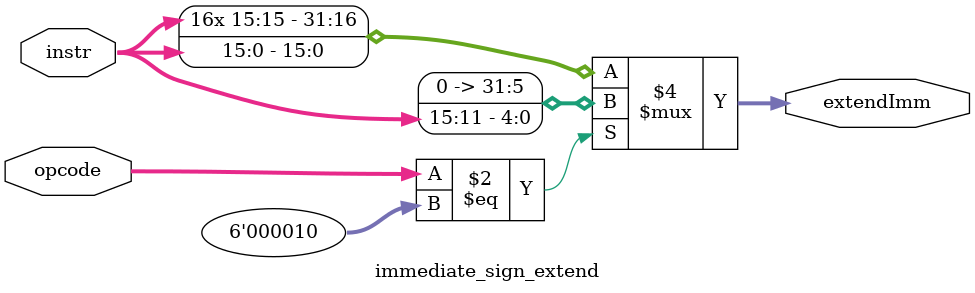
<source format=v>
`timescale 1ns / 1ps
module immediate_sign_extend (
    input [5:0] opcode,     
    input [15:0] instr,
    output reg [31:0] extendImm
);
    always @(*) begin
        if (opcode == 6'b000010) begin                  
            extendImm = {{27{1'b0}}, instr[15:11]};
        end else begin                                  
            extendImm = {{16{instr[15]}}, instr};
        end
    end
endmodule
</source>
